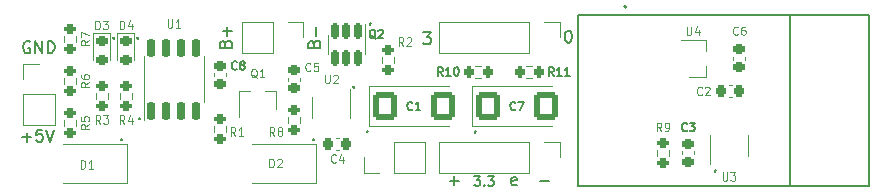
<source format=gto>
%TF.GenerationSoftware,KiCad,Pcbnew,6.0.11*%
%TF.CreationDate,2024-08-22T19:43:04+01:00*%
%TF.ProjectId,ESPower,4553506f-7765-4722-9e6b-696361645f70,rev?*%
%TF.SameCoordinates,PX4f54d68PY59a0560*%
%TF.FileFunction,Legend,Top*%
%TF.FilePolarity,Positive*%
%FSLAX46Y46*%
G04 Gerber Fmt 4.6, Leading zero omitted, Abs format (unit mm)*
G04 Created by KiCad (PCBNEW 6.0.11) date 2024-08-22 19:43:04*
%MOMM*%
%LPD*%
G01*
G04 APERTURE LIST*
G04 Aperture macros list*
%AMRoundRect*
0 Rectangle with rounded corners*
0 $1 Rounding radius*
0 $2 $3 $4 $5 $6 $7 $8 $9 X,Y pos of 4 corners*
0 Add a 4 corners polygon primitive as box body*
4,1,4,$2,$3,$4,$5,$6,$7,$8,$9,$2,$3,0*
0 Add four circle primitives for the rounded corners*
1,1,$1+$1,$2,$3*
1,1,$1+$1,$4,$5*
1,1,$1+$1,$6,$7*
1,1,$1+$1,$8,$9*
0 Add four rect primitives between the rounded corners*
20,1,$1+$1,$2,$3,$4,$5,0*
20,1,$1+$1,$4,$5,$6,$7,0*
20,1,$1+$1,$6,$7,$8,$9,0*
20,1,$1+$1,$8,$9,$2,$3,0*%
G04 Aperture macros list end*
%ADD10C,0.150000*%
%ADD11C,0.120000*%
%ADD12C,0.127000*%
%ADD13C,0.200000*%
%ADD14RoundRect,0.250000X-0.787500X-0.925000X0.787500X-0.925000X0.787500X0.925000X-0.787500X0.925000X0*%
%ADD15RoundRect,0.225000X-0.225000X-0.250000X0.225000X-0.250000X0.225000X0.250000X-0.225000X0.250000X0*%
%ADD16RoundRect,0.225000X0.250000X-0.225000X0.250000X0.225000X-0.250000X0.225000X-0.250000X-0.225000X0*%
%ADD17R,1.700000X1.700000*%
%ADD18O,1.700000X1.700000*%
%ADD19R,0.650000X1.060000*%
%ADD20R,1.500000X1.500000*%
%ADD21C,1.500000*%
%ADD22RoundRect,0.200000X0.275000X-0.200000X0.275000X0.200000X-0.275000X0.200000X-0.275000X-0.200000X0*%
%ADD23RoundRect,0.225000X0.225000X0.250000X-0.225000X0.250000X-0.225000X-0.250000X0.225000X-0.250000X0*%
%ADD24R,0.900000X0.800000*%
%ADD25R,2.500000X1.800000*%
%ADD26RoundRect,0.200000X-0.275000X0.200000X-0.275000X-0.200000X0.275000X-0.200000X0.275000X0.200000X0*%
%ADD27R,0.800000X0.900000*%
%ADD28RoundRect,0.218750X-0.256250X0.218750X-0.256250X-0.218750X0.256250X-0.218750X0.256250X0.218750X0*%
%ADD29RoundRect,0.150000X0.150000X-0.650000X0.150000X0.650000X-0.150000X0.650000X-0.150000X-0.650000X0*%
%ADD30R,3.200000X2.400000*%
%ADD31RoundRect,0.200000X0.200000X0.275000X-0.200000X0.275000X-0.200000X-0.275000X0.200000X-0.275000X0*%
%ADD32RoundRect,0.150000X-0.150000X0.512500X-0.150000X-0.512500X0.150000X-0.512500X0.150000X0.512500X0*%
%ADD33RoundRect,0.225000X-0.250000X0.225000X-0.250000X-0.225000X0.250000X-0.225000X0.250000X0.225000X0*%
%ADD34RoundRect,0.200000X-0.200000X-0.275000X0.200000X-0.275000X0.200000X0.275000X-0.200000X0.275000X0*%
G04 APERTURE END LIST*
D10*
X59436000Y-13438142D02*
X59483619Y-13485761D01*
X59436000Y-13533380D01*
X59388380Y-13485761D01*
X59436000Y-13438142D01*
X59436000Y-13533380D01*
X25400000Y-10771142D02*
X25447619Y-10818761D01*
X25400000Y-10866380D01*
X25352380Y-10818761D01*
X25400000Y-10771142D01*
X25400000Y-10866380D01*
X8509000Y-2174142D02*
X8556619Y-2221761D01*
X8509000Y-2269380D01*
X8461380Y-2221761D01*
X8509000Y-2174142D01*
X8509000Y-2269380D01*
X10668000Y-8993142D02*
X10715619Y-9040761D01*
X10668000Y-9088380D01*
X10620380Y-9040761D01*
X10668000Y-8993142D01*
X10668000Y-9088380D01*
X10541000Y-2174142D02*
X10588619Y-2221761D01*
X10541000Y-2269380D01*
X10493380Y-2221761D01*
X10541000Y-2174142D01*
X10541000Y-2269380D01*
X9144000Y-10771142D02*
X9191619Y-10818761D01*
X9144000Y-10866380D01*
X9096380Y-10818761D01*
X9144000Y-10771142D01*
X9144000Y-10866380D01*
X746285Y-10612428D02*
X1508190Y-10612428D01*
X1127238Y-10993380D02*
X1127238Y-10231476D01*
X2460571Y-9993380D02*
X1984380Y-9993380D01*
X1936761Y-10469571D01*
X1984380Y-10421952D01*
X2079619Y-10374333D01*
X2317714Y-10374333D01*
X2412952Y-10421952D01*
X2460571Y-10469571D01*
X2508190Y-10564809D01*
X2508190Y-10802904D01*
X2460571Y-10898142D01*
X2412952Y-10945761D01*
X2317714Y-10993380D01*
X2079619Y-10993380D01*
X1984380Y-10945761D01*
X1936761Y-10898142D01*
X2793904Y-9993380D02*
X3127238Y-10993380D01*
X3460571Y-9993380D01*
X46942380Y-1611380D02*
X47037619Y-1611380D01*
X47132857Y-1659000D01*
X47180476Y-1706619D01*
X47228095Y-1801857D01*
X47275714Y-1992333D01*
X47275714Y-2230428D01*
X47228095Y-2420904D01*
X47180476Y-2516142D01*
X47132857Y-2563761D01*
X47037619Y-2611380D01*
X46942380Y-2611380D01*
X46847142Y-2563761D01*
X46799523Y-2516142D01*
X46751904Y-2420904D01*
X46704285Y-2230428D01*
X46704285Y-1992333D01*
X46751904Y-1801857D01*
X46799523Y-1706619D01*
X46847142Y-1659000D01*
X46942380Y-1611380D01*
X42608476Y-14628761D02*
X42513238Y-14676380D01*
X42322761Y-14676380D01*
X42227523Y-14628761D01*
X42179904Y-14533523D01*
X42179904Y-14152571D01*
X42227523Y-14057333D01*
X42322761Y-14009714D01*
X42513238Y-14009714D01*
X42608476Y-14057333D01*
X42656095Y-14152571D01*
X42656095Y-14247809D01*
X42179904Y-14343047D01*
X39039904Y-13912904D02*
X39535142Y-13912904D01*
X39268476Y-14217666D01*
X39382761Y-14217666D01*
X39458952Y-14255761D01*
X39497047Y-14293857D01*
X39535142Y-14370047D01*
X39535142Y-14560523D01*
X39497047Y-14636714D01*
X39458952Y-14674809D01*
X39382761Y-14712904D01*
X39154190Y-14712904D01*
X39078000Y-14674809D01*
X39039904Y-14636714D01*
X39878000Y-14636714D02*
X39916095Y-14674809D01*
X39878000Y-14712904D01*
X39839904Y-14674809D01*
X39878000Y-14636714D01*
X39878000Y-14712904D01*
X40182761Y-13912904D02*
X40678000Y-13912904D01*
X40411333Y-14217666D01*
X40525619Y-14217666D01*
X40601809Y-14255761D01*
X40639904Y-14293857D01*
X40678000Y-14370047D01*
X40678000Y-14560523D01*
X40639904Y-14636714D01*
X40601809Y-14674809D01*
X40525619Y-14712904D01*
X40297047Y-14712904D01*
X40220857Y-14674809D01*
X40182761Y-14636714D01*
X28829000Y-6326142D02*
X28876619Y-6373761D01*
X28829000Y-6421380D01*
X28781380Y-6373761D01*
X28829000Y-6326142D01*
X28829000Y-6421380D01*
X36957047Y-14295428D02*
X37718952Y-14295428D01*
X37338000Y-14676380D02*
X37338000Y-13914476D01*
X34718666Y-1738380D02*
X35337714Y-1738380D01*
X35004380Y-2119333D01*
X35147238Y-2119333D01*
X35242476Y-2166952D01*
X35290095Y-2214571D01*
X35337714Y-2309809D01*
X35337714Y-2547904D01*
X35290095Y-2643142D01*
X35242476Y-2690761D01*
X35147238Y-2738380D01*
X34861523Y-2738380D01*
X34766285Y-2690761D01*
X34718666Y-2643142D01*
X29972000Y-10068142D02*
X30019619Y-10115761D01*
X29972000Y-10163380D01*
X29924380Y-10115761D01*
X29972000Y-10068142D01*
X29972000Y-10163380D01*
X30226000Y-992142D02*
X30273619Y-1039761D01*
X30226000Y-1087380D01*
X30178380Y-1039761D01*
X30226000Y-992142D01*
X30226000Y-1087380D01*
X25455571Y-2706619D02*
X25503190Y-2563761D01*
X25550809Y-2516142D01*
X25646047Y-2468523D01*
X25788904Y-2468523D01*
X25884142Y-2516142D01*
X25931761Y-2563761D01*
X25979380Y-2659000D01*
X25979380Y-3039952D01*
X24979380Y-3039952D01*
X24979380Y-2706619D01*
X25027000Y-2611380D01*
X25074619Y-2563761D01*
X25169857Y-2516142D01*
X25265095Y-2516142D01*
X25360333Y-2563761D01*
X25407952Y-2611380D01*
X25455571Y-2706619D01*
X25455571Y-3039952D01*
X25598428Y-2039952D02*
X25598428Y-1278047D01*
X1397095Y-2548000D02*
X1301857Y-2500380D01*
X1159000Y-2500380D01*
X1016142Y-2548000D01*
X920904Y-2643238D01*
X873285Y-2738476D01*
X825666Y-2928952D01*
X825666Y-3071809D01*
X873285Y-3262285D01*
X920904Y-3357523D01*
X1016142Y-3452761D01*
X1159000Y-3500380D01*
X1254238Y-3500380D01*
X1397095Y-3452761D01*
X1444714Y-3405142D01*
X1444714Y-3071809D01*
X1254238Y-3071809D01*
X1873285Y-3500380D02*
X1873285Y-2500380D01*
X2444714Y-3500380D01*
X2444714Y-2500380D01*
X2920904Y-3500380D02*
X2920904Y-2500380D01*
X3159000Y-2500380D01*
X3301857Y-2548000D01*
X3397095Y-2643238D01*
X3444714Y-2738476D01*
X3492333Y-2928952D01*
X3492333Y-3071809D01*
X3444714Y-3262285D01*
X3397095Y-3357523D01*
X3301857Y-3452761D01*
X3159000Y-3500380D01*
X2920904Y-3500380D01*
X39116000Y-10136142D02*
X39163619Y-10183761D01*
X39116000Y-10231380D01*
X39068380Y-10183761D01*
X39116000Y-10136142D01*
X39116000Y-10231380D01*
X17962571Y-2706619D02*
X18010190Y-2563761D01*
X18057809Y-2516142D01*
X18153047Y-2468523D01*
X18295904Y-2468523D01*
X18391142Y-2516142D01*
X18438761Y-2563761D01*
X18486380Y-2659000D01*
X18486380Y-3039952D01*
X17486380Y-3039952D01*
X17486380Y-2706619D01*
X17534000Y-2611380D01*
X17581619Y-2563761D01*
X17676857Y-2516142D01*
X17772095Y-2516142D01*
X17867333Y-2563761D01*
X17914952Y-2611380D01*
X17962571Y-2706619D01*
X17962571Y-3039952D01*
X18105428Y-2039952D02*
X18105428Y-1278047D01*
X18486380Y-1659000D02*
X17724476Y-1659000D01*
X44577047Y-14295428D02*
X45338952Y-14295428D01*
X33792333Y-8251000D02*
X33759000Y-8284333D01*
X33659000Y-8317666D01*
X33592333Y-8317666D01*
X33492333Y-8284333D01*
X33425666Y-8217666D01*
X33392333Y-8151000D01*
X33359000Y-8017666D01*
X33359000Y-7917666D01*
X33392333Y-7784333D01*
X33425666Y-7717666D01*
X33492333Y-7651000D01*
X33592333Y-7617666D01*
X33659000Y-7617666D01*
X33759000Y-7651000D01*
X33792333Y-7684333D01*
X34459000Y-8317666D02*
X34059000Y-8317666D01*
X34259000Y-8317666D02*
X34259000Y-7617666D01*
X34192333Y-7717666D01*
X34125666Y-7784333D01*
X34059000Y-7817666D01*
D11*
X27315333Y-12696000D02*
X27282000Y-12729333D01*
X27182000Y-12762666D01*
X27115333Y-12762666D01*
X27015333Y-12729333D01*
X26948666Y-12662666D01*
X26915333Y-12596000D01*
X26882000Y-12462666D01*
X26882000Y-12362666D01*
X26915333Y-12229333D01*
X26948666Y-12162666D01*
X27015333Y-12096000D01*
X27115333Y-12062666D01*
X27182000Y-12062666D01*
X27282000Y-12096000D01*
X27315333Y-12129333D01*
X27915333Y-12296000D02*
X27915333Y-12762666D01*
X27748666Y-12029333D02*
X27582000Y-12529333D01*
X28015333Y-12529333D01*
X25156333Y-4949000D02*
X25123000Y-4982333D01*
X25023000Y-5015666D01*
X24956333Y-5015666D01*
X24856333Y-4982333D01*
X24789666Y-4915666D01*
X24756333Y-4849000D01*
X24723000Y-4715666D01*
X24723000Y-4615666D01*
X24756333Y-4482333D01*
X24789666Y-4415666D01*
X24856333Y-4349000D01*
X24956333Y-4315666D01*
X25023000Y-4315666D01*
X25123000Y-4349000D01*
X25156333Y-4382333D01*
X25789666Y-4315666D02*
X25456333Y-4315666D01*
X25423000Y-4649000D01*
X25456333Y-4615666D01*
X25523000Y-4582333D01*
X25689666Y-4582333D01*
X25756333Y-4615666D01*
X25789666Y-4649000D01*
X25823000Y-4715666D01*
X25823000Y-4882333D01*
X25789666Y-4949000D01*
X25756333Y-4982333D01*
X25689666Y-5015666D01*
X25523000Y-5015666D01*
X25456333Y-4982333D01*
X25423000Y-4949000D01*
D10*
X42505833Y-8251000D02*
X42472500Y-8284333D01*
X42372500Y-8317666D01*
X42305833Y-8317666D01*
X42205833Y-8284333D01*
X42139166Y-8217666D01*
X42105833Y-8151000D01*
X42072500Y-8017666D01*
X42072500Y-7917666D01*
X42105833Y-7784333D01*
X42139166Y-7717666D01*
X42205833Y-7651000D01*
X42305833Y-7617666D01*
X42372500Y-7617666D01*
X42472500Y-7651000D01*
X42505833Y-7684333D01*
X42739166Y-7617666D02*
X43205833Y-7617666D01*
X42905833Y-8317666D01*
D11*
X26390666Y-5331666D02*
X26390666Y-5898333D01*
X26424000Y-5965000D01*
X26457333Y-5998333D01*
X26524000Y-6031666D01*
X26657333Y-6031666D01*
X26724000Y-5998333D01*
X26757333Y-5965000D01*
X26790666Y-5898333D01*
X26790666Y-5331666D01*
X27090666Y-5398333D02*
X27124000Y-5365000D01*
X27190666Y-5331666D01*
X27357333Y-5331666D01*
X27424000Y-5365000D01*
X27457333Y-5398333D01*
X27490666Y-5465000D01*
X27490666Y-5531666D01*
X27457333Y-5631666D01*
X27057333Y-6031666D01*
X27490666Y-6031666D01*
X61351333Y-1888000D02*
X61318000Y-1921333D01*
X61218000Y-1954666D01*
X61151333Y-1954666D01*
X61051333Y-1921333D01*
X60984666Y-1854666D01*
X60951333Y-1788000D01*
X60918000Y-1654666D01*
X60918000Y-1554666D01*
X60951333Y-1421333D01*
X60984666Y-1354666D01*
X61051333Y-1288000D01*
X61151333Y-1254666D01*
X61218000Y-1254666D01*
X61318000Y-1288000D01*
X61351333Y-1321333D01*
X61951333Y-1254666D02*
X61818000Y-1254666D01*
X61751333Y-1288000D01*
X61718000Y-1321333D01*
X61651333Y-1421333D01*
X61618000Y-1554666D01*
X61618000Y-1821333D01*
X61651333Y-1888000D01*
X61684666Y-1921333D01*
X61751333Y-1954666D01*
X61884666Y-1954666D01*
X61951333Y-1921333D01*
X61984666Y-1888000D01*
X62018000Y-1821333D01*
X62018000Y-1654666D01*
X61984666Y-1588000D01*
X61951333Y-1554666D01*
X61884666Y-1521333D01*
X61751333Y-1521333D01*
X61684666Y-1554666D01*
X61651333Y-1588000D01*
X61618000Y-1654666D01*
X54874333Y-10095666D02*
X54641000Y-9762333D01*
X54474333Y-10095666D02*
X54474333Y-9395666D01*
X54741000Y-9395666D01*
X54807666Y-9429000D01*
X54841000Y-9462333D01*
X54874333Y-9529000D01*
X54874333Y-9629000D01*
X54841000Y-9695666D01*
X54807666Y-9729000D01*
X54741000Y-9762333D01*
X54474333Y-9762333D01*
X55207666Y-10095666D02*
X55341000Y-10095666D01*
X55407666Y-10062333D01*
X55441000Y-10029000D01*
X55507666Y-9929000D01*
X55541000Y-9795666D01*
X55541000Y-9529000D01*
X55507666Y-9462333D01*
X55474333Y-9429000D01*
X55407666Y-9395666D01*
X55274333Y-9395666D01*
X55207666Y-9429000D01*
X55174333Y-9462333D01*
X55141000Y-9529000D01*
X55141000Y-9695666D01*
X55174333Y-9762333D01*
X55207666Y-9795666D01*
X55274333Y-9829000D01*
X55407666Y-9829000D01*
X55474333Y-9795666D01*
X55507666Y-9762333D01*
X55541000Y-9695666D01*
X58303333Y-6981000D02*
X58270000Y-7014333D01*
X58170000Y-7047666D01*
X58103333Y-7047666D01*
X58003333Y-7014333D01*
X57936666Y-6947666D01*
X57903333Y-6881000D01*
X57870000Y-6747666D01*
X57870000Y-6647666D01*
X57903333Y-6514333D01*
X57936666Y-6447666D01*
X58003333Y-6381000D01*
X58103333Y-6347666D01*
X58170000Y-6347666D01*
X58270000Y-6381000D01*
X58303333Y-6414333D01*
X58570000Y-6414333D02*
X58603333Y-6381000D01*
X58670000Y-6347666D01*
X58836666Y-6347666D01*
X58903333Y-6381000D01*
X58936666Y-6414333D01*
X58970000Y-6481000D01*
X58970000Y-6547666D01*
X58936666Y-6647666D01*
X58536666Y-7047666D01*
X58970000Y-7047666D01*
X60045666Y-13586666D02*
X60045666Y-14153333D01*
X60079000Y-14220000D01*
X60112333Y-14253333D01*
X60179000Y-14286666D01*
X60312333Y-14286666D01*
X60379000Y-14253333D01*
X60412333Y-14220000D01*
X60445666Y-14153333D01*
X60445666Y-13586666D01*
X60712333Y-13586666D02*
X61145666Y-13586666D01*
X60912333Y-13853333D01*
X61012333Y-13853333D01*
X61079000Y-13886666D01*
X61112333Y-13920000D01*
X61145666Y-13986666D01*
X61145666Y-14153333D01*
X61112333Y-14220000D01*
X61079000Y-14253333D01*
X61012333Y-14286666D01*
X60812333Y-14286666D01*
X60745666Y-14253333D01*
X60712333Y-14220000D01*
X56997666Y-1267666D02*
X56997666Y-1834333D01*
X57031000Y-1901000D01*
X57064333Y-1934333D01*
X57131000Y-1967666D01*
X57264333Y-1967666D01*
X57331000Y-1934333D01*
X57364333Y-1901000D01*
X57397666Y-1834333D01*
X57397666Y-1267666D01*
X58031000Y-1501000D02*
X58031000Y-1967666D01*
X57864333Y-1234333D02*
X57697666Y-1734333D01*
X58131000Y-1734333D01*
X21682333Y-13143666D02*
X21682333Y-12443666D01*
X21849000Y-12443666D01*
X21949000Y-12477000D01*
X22015666Y-12543666D01*
X22049000Y-12610333D01*
X22082333Y-12743666D01*
X22082333Y-12843666D01*
X22049000Y-12977000D01*
X22015666Y-13043666D01*
X21949000Y-13110333D01*
X21849000Y-13143666D01*
X21682333Y-13143666D01*
X22349000Y-12510333D02*
X22382333Y-12477000D01*
X22449000Y-12443666D01*
X22615666Y-12443666D01*
X22682333Y-12477000D01*
X22715666Y-12510333D01*
X22749000Y-12577000D01*
X22749000Y-12643666D01*
X22715666Y-12743666D01*
X22315666Y-13143666D01*
X22749000Y-13143666D01*
X22108333Y-10476666D02*
X21875000Y-10143333D01*
X21708333Y-10476666D02*
X21708333Y-9776666D01*
X21975000Y-9776666D01*
X22041666Y-9810000D01*
X22075000Y-9843333D01*
X22108333Y-9910000D01*
X22108333Y-10010000D01*
X22075000Y-10076666D01*
X22041666Y-10110000D01*
X21975000Y-10143333D01*
X21708333Y-10143333D01*
X22508333Y-10076666D02*
X22441666Y-10043333D01*
X22408333Y-10010000D01*
X22375000Y-9943333D01*
X22375000Y-9910000D01*
X22408333Y-9843333D01*
X22441666Y-9810000D01*
X22508333Y-9776666D01*
X22641666Y-9776666D01*
X22708333Y-9810000D01*
X22741666Y-9843333D01*
X22775000Y-9910000D01*
X22775000Y-9943333D01*
X22741666Y-10010000D01*
X22708333Y-10043333D01*
X22641666Y-10076666D01*
X22508333Y-10076666D01*
X22441666Y-10110000D01*
X22408333Y-10143333D01*
X22375000Y-10210000D01*
X22375000Y-10343333D01*
X22408333Y-10410000D01*
X22441666Y-10443333D01*
X22508333Y-10476666D01*
X22641666Y-10476666D01*
X22708333Y-10443333D01*
X22741666Y-10410000D01*
X22775000Y-10343333D01*
X22775000Y-10210000D01*
X22741666Y-10143333D01*
X22708333Y-10110000D01*
X22641666Y-10076666D01*
X20634333Y-5590333D02*
X20567666Y-5557000D01*
X20501000Y-5490333D01*
X20401000Y-5390333D01*
X20334333Y-5357000D01*
X20267666Y-5357000D01*
X20301000Y-5523666D02*
X20234333Y-5490333D01*
X20167666Y-5423666D01*
X20134333Y-5290333D01*
X20134333Y-5057000D01*
X20167666Y-4923666D01*
X20234333Y-4857000D01*
X20301000Y-4823666D01*
X20434333Y-4823666D01*
X20501000Y-4857000D01*
X20567666Y-4923666D01*
X20601000Y-5057000D01*
X20601000Y-5290333D01*
X20567666Y-5423666D01*
X20501000Y-5490333D01*
X20434333Y-5523666D01*
X20301000Y-5523666D01*
X21267666Y-5523666D02*
X20867666Y-5523666D01*
X21067666Y-5523666D02*
X21067666Y-4823666D01*
X21001000Y-4923666D01*
X20934333Y-4990333D01*
X20867666Y-5023666D01*
X6950933Y-1459666D02*
X6950933Y-759666D01*
X7117600Y-759666D01*
X7217600Y-793000D01*
X7284266Y-859666D01*
X7317600Y-926333D01*
X7350933Y-1059666D01*
X7350933Y-1159666D01*
X7317600Y-1293000D01*
X7284266Y-1359666D01*
X7217600Y-1426333D01*
X7117600Y-1459666D01*
X6950933Y-1459666D01*
X7584266Y-759666D02*
X8017600Y-759666D01*
X7784266Y-1026333D01*
X7884266Y-1026333D01*
X7950933Y-1059666D01*
X7984266Y-1093000D01*
X8017600Y-1159666D01*
X8017600Y-1326333D01*
X7984266Y-1393000D01*
X7950933Y-1426333D01*
X7884266Y-1459666D01*
X7684266Y-1459666D01*
X7617600Y-1426333D01*
X7584266Y-1393000D01*
X6412666Y-2402666D02*
X6079333Y-2636000D01*
X6412666Y-2802666D02*
X5712666Y-2802666D01*
X5712666Y-2536000D01*
X5746000Y-2469333D01*
X5779333Y-2436000D01*
X5846000Y-2402666D01*
X5946000Y-2402666D01*
X6012666Y-2436000D01*
X6046000Y-2469333D01*
X6079333Y-2536000D01*
X6079333Y-2802666D01*
X5712666Y-2169333D02*
X5712666Y-1702666D01*
X6412666Y-2002666D01*
X9408333Y-9460666D02*
X9175000Y-9127333D01*
X9008333Y-9460666D02*
X9008333Y-8760666D01*
X9275000Y-8760666D01*
X9341666Y-8794000D01*
X9375000Y-8827333D01*
X9408333Y-8894000D01*
X9408333Y-8994000D01*
X9375000Y-9060666D01*
X9341666Y-9094000D01*
X9275000Y-9127333D01*
X9008333Y-9127333D01*
X10008333Y-8994000D02*
X10008333Y-9460666D01*
X9841666Y-8727333D02*
X9675000Y-9227333D01*
X10108333Y-9227333D01*
X7376333Y-9460666D02*
X7143000Y-9127333D01*
X6976333Y-9460666D02*
X6976333Y-8760666D01*
X7243000Y-8760666D01*
X7309666Y-8794000D01*
X7343000Y-8827333D01*
X7376333Y-8894000D01*
X7376333Y-8994000D01*
X7343000Y-9060666D01*
X7309666Y-9094000D01*
X7243000Y-9127333D01*
X6976333Y-9127333D01*
X7609666Y-8760666D02*
X8043000Y-8760666D01*
X7809666Y-9027333D01*
X7909666Y-9027333D01*
X7976333Y-9060666D01*
X8009666Y-9094000D01*
X8043000Y-9160666D01*
X8043000Y-9327333D01*
X8009666Y-9394000D01*
X7976333Y-9427333D01*
X7909666Y-9460666D01*
X7709666Y-9460666D01*
X7643000Y-9427333D01*
X7609666Y-9394000D01*
X9008333Y-1459666D02*
X9008333Y-759666D01*
X9175000Y-759666D01*
X9275000Y-793000D01*
X9341666Y-859666D01*
X9375000Y-926333D01*
X9408333Y-1059666D01*
X9408333Y-1159666D01*
X9375000Y-1293000D01*
X9341666Y-1359666D01*
X9275000Y-1426333D01*
X9175000Y-1459666D01*
X9008333Y-1459666D01*
X10008333Y-993000D02*
X10008333Y-1459666D01*
X9841666Y-726333D02*
X9675000Y-1226333D01*
X10108333Y-1226333D01*
X13055666Y-632666D02*
X13055666Y-1199333D01*
X13089000Y-1266000D01*
X13122333Y-1299333D01*
X13189000Y-1332666D01*
X13322333Y-1332666D01*
X13389000Y-1299333D01*
X13422333Y-1266000D01*
X13455666Y-1199333D01*
X13455666Y-632666D01*
X14155666Y-1332666D02*
X13755666Y-1332666D01*
X13955666Y-1332666D02*
X13955666Y-632666D01*
X13889000Y-732666D01*
X13822333Y-799333D01*
X13755666Y-832666D01*
X6412666Y-5958666D02*
X6079333Y-6192000D01*
X6412666Y-6358666D02*
X5712666Y-6358666D01*
X5712666Y-6092000D01*
X5746000Y-6025333D01*
X5779333Y-5992000D01*
X5846000Y-5958666D01*
X5946000Y-5958666D01*
X6012666Y-5992000D01*
X6046000Y-6025333D01*
X6079333Y-6092000D01*
X6079333Y-6358666D01*
X5712666Y-5358666D02*
X5712666Y-5492000D01*
X5746000Y-5558666D01*
X5779333Y-5592000D01*
X5879333Y-5658666D01*
X6012666Y-5692000D01*
X6279333Y-5692000D01*
X6346000Y-5658666D01*
X6379333Y-5625333D01*
X6412666Y-5558666D01*
X6412666Y-5425333D01*
X6379333Y-5358666D01*
X6346000Y-5325333D01*
X6279333Y-5292000D01*
X6112666Y-5292000D01*
X6046000Y-5325333D01*
X6012666Y-5358666D01*
X5979333Y-5425333D01*
X5979333Y-5558666D01*
X6012666Y-5625333D01*
X6046000Y-5658666D01*
X6112666Y-5692000D01*
X6412666Y-9514666D02*
X6079333Y-9748000D01*
X6412666Y-9914666D02*
X5712666Y-9914666D01*
X5712666Y-9648000D01*
X5746000Y-9581333D01*
X5779333Y-9548000D01*
X5846000Y-9514666D01*
X5946000Y-9514666D01*
X6012666Y-9548000D01*
X6046000Y-9581333D01*
X6079333Y-9648000D01*
X6079333Y-9914666D01*
X5712666Y-8881333D02*
X5712666Y-9214666D01*
X6046000Y-9248000D01*
X6012666Y-9214666D01*
X5979333Y-9148000D01*
X5979333Y-8981333D01*
X6012666Y-8914666D01*
X6046000Y-8881333D01*
X6112666Y-8848000D01*
X6279333Y-8848000D01*
X6346000Y-8881333D01*
X6379333Y-8914666D01*
X6412666Y-8981333D01*
X6412666Y-9148000D01*
X6379333Y-9214666D01*
X6346000Y-9248000D01*
X5706333Y-13270666D02*
X5706333Y-12570666D01*
X5873000Y-12570666D01*
X5973000Y-12604000D01*
X6039666Y-12670666D01*
X6073000Y-12737333D01*
X6106333Y-12870666D01*
X6106333Y-12970666D01*
X6073000Y-13104000D01*
X6039666Y-13170666D01*
X5973000Y-13237333D01*
X5873000Y-13270666D01*
X5706333Y-13270666D01*
X6773000Y-13270666D02*
X6373000Y-13270666D01*
X6573000Y-13270666D02*
X6573000Y-12570666D01*
X6506333Y-12670666D01*
X6439666Y-12737333D01*
X6373000Y-12770666D01*
X33030333Y-2856666D02*
X32797000Y-2523333D01*
X32630333Y-2856666D02*
X32630333Y-2156666D01*
X32897000Y-2156666D01*
X32963666Y-2190000D01*
X32997000Y-2223333D01*
X33030333Y-2290000D01*
X33030333Y-2390000D01*
X32997000Y-2456666D01*
X32963666Y-2490000D01*
X32897000Y-2523333D01*
X32630333Y-2523333D01*
X33297000Y-2223333D02*
X33330333Y-2190000D01*
X33397000Y-2156666D01*
X33563666Y-2156666D01*
X33630333Y-2190000D01*
X33663666Y-2223333D01*
X33697000Y-2290000D01*
X33697000Y-2356666D01*
X33663666Y-2456666D01*
X33263666Y-2856666D01*
X33697000Y-2856666D01*
X18806333Y-10476666D02*
X18573000Y-10143333D01*
X18406333Y-10476666D02*
X18406333Y-9776666D01*
X18673000Y-9776666D01*
X18739666Y-9810000D01*
X18773000Y-9843333D01*
X18806333Y-9910000D01*
X18806333Y-10010000D01*
X18773000Y-10076666D01*
X18739666Y-10110000D01*
X18673000Y-10143333D01*
X18406333Y-10143333D01*
X19473000Y-10476666D02*
X19073000Y-10476666D01*
X19273000Y-10476666D02*
X19273000Y-9776666D01*
X19206333Y-9876666D01*
X19139666Y-9943333D01*
X19073000Y-9976666D01*
D10*
X36380000Y-5396666D02*
X36146666Y-5063333D01*
X35980000Y-5396666D02*
X35980000Y-4696666D01*
X36246666Y-4696666D01*
X36313333Y-4730000D01*
X36346666Y-4763333D01*
X36380000Y-4830000D01*
X36380000Y-4930000D01*
X36346666Y-4996666D01*
X36313333Y-5030000D01*
X36246666Y-5063333D01*
X35980000Y-5063333D01*
X37046666Y-5396666D02*
X36646666Y-5396666D01*
X36846666Y-5396666D02*
X36846666Y-4696666D01*
X36780000Y-4796666D01*
X36713333Y-4863333D01*
X36646666Y-4896666D01*
X37480000Y-4696666D02*
X37546666Y-4696666D01*
X37613333Y-4730000D01*
X37646666Y-4763333D01*
X37680000Y-4830000D01*
X37713333Y-4963333D01*
X37713333Y-5130000D01*
X37680000Y-5263333D01*
X37646666Y-5330000D01*
X37613333Y-5363333D01*
X37546666Y-5396666D01*
X37480000Y-5396666D01*
X37413333Y-5363333D01*
X37380000Y-5330000D01*
X37346666Y-5263333D01*
X37313333Y-5130000D01*
X37313333Y-4963333D01*
X37346666Y-4830000D01*
X37380000Y-4763333D01*
X37413333Y-4730000D01*
X37480000Y-4696666D01*
X30667333Y-2288333D02*
X30600666Y-2255000D01*
X30534000Y-2188333D01*
X30434000Y-2088333D01*
X30367333Y-2055000D01*
X30300666Y-2055000D01*
X30334000Y-2221666D02*
X30267333Y-2188333D01*
X30200666Y-2121666D01*
X30167333Y-1988333D01*
X30167333Y-1755000D01*
X30200666Y-1621666D01*
X30267333Y-1555000D01*
X30334000Y-1521666D01*
X30467333Y-1521666D01*
X30534000Y-1555000D01*
X30600666Y-1621666D01*
X30634000Y-1755000D01*
X30634000Y-1988333D01*
X30600666Y-2121666D01*
X30534000Y-2188333D01*
X30467333Y-2221666D01*
X30334000Y-2221666D01*
X30900666Y-1588333D02*
X30934000Y-1555000D01*
X31000666Y-1521666D01*
X31167333Y-1521666D01*
X31234000Y-1555000D01*
X31267333Y-1588333D01*
X31300666Y-1655000D01*
X31300666Y-1721666D01*
X31267333Y-1821666D01*
X30867333Y-2221666D01*
X31300666Y-2221666D01*
X18933333Y-4822000D02*
X18900000Y-4855333D01*
X18800000Y-4888666D01*
X18733333Y-4888666D01*
X18633333Y-4855333D01*
X18566666Y-4788666D01*
X18533333Y-4722000D01*
X18500000Y-4588666D01*
X18500000Y-4488666D01*
X18533333Y-4355333D01*
X18566666Y-4288666D01*
X18633333Y-4222000D01*
X18733333Y-4188666D01*
X18800000Y-4188666D01*
X18900000Y-4222000D01*
X18933333Y-4255333D01*
X19333333Y-4488666D02*
X19266666Y-4455333D01*
X19233333Y-4422000D01*
X19200000Y-4355333D01*
X19200000Y-4322000D01*
X19233333Y-4255333D01*
X19266666Y-4222000D01*
X19333333Y-4188666D01*
X19466666Y-4188666D01*
X19533333Y-4222000D01*
X19566666Y-4255333D01*
X19600000Y-4322000D01*
X19600000Y-4355333D01*
X19566666Y-4422000D01*
X19533333Y-4455333D01*
X19466666Y-4488666D01*
X19333333Y-4488666D01*
X19266666Y-4522000D01*
X19233333Y-4555333D01*
X19200000Y-4622000D01*
X19200000Y-4755333D01*
X19233333Y-4822000D01*
X19266666Y-4855333D01*
X19333333Y-4888666D01*
X19466666Y-4888666D01*
X19533333Y-4855333D01*
X19566666Y-4822000D01*
X19600000Y-4755333D01*
X19600000Y-4622000D01*
X19566666Y-4555333D01*
X19533333Y-4522000D01*
X19466666Y-4488666D01*
X57033333Y-10029000D02*
X57000000Y-10062333D01*
X56900000Y-10095666D01*
X56833333Y-10095666D01*
X56733333Y-10062333D01*
X56666666Y-9995666D01*
X56633333Y-9929000D01*
X56600000Y-9795666D01*
X56600000Y-9695666D01*
X56633333Y-9562333D01*
X56666666Y-9495666D01*
X56733333Y-9429000D01*
X56833333Y-9395666D01*
X56900000Y-9395666D01*
X57000000Y-9429000D01*
X57033333Y-9462333D01*
X57266666Y-9395666D02*
X57700000Y-9395666D01*
X57466666Y-9662333D01*
X57566666Y-9662333D01*
X57633333Y-9695666D01*
X57666666Y-9729000D01*
X57700000Y-9795666D01*
X57700000Y-9962333D01*
X57666666Y-10029000D01*
X57633333Y-10062333D01*
X57566666Y-10095666D01*
X57366666Y-10095666D01*
X57300000Y-10062333D01*
X57266666Y-10029000D01*
X45778000Y-5396666D02*
X45544666Y-5063333D01*
X45378000Y-5396666D02*
X45378000Y-4696666D01*
X45644666Y-4696666D01*
X45711333Y-4730000D01*
X45744666Y-4763333D01*
X45778000Y-4830000D01*
X45778000Y-4930000D01*
X45744666Y-4996666D01*
X45711333Y-5030000D01*
X45644666Y-5063333D01*
X45378000Y-5063333D01*
X46444666Y-5396666D02*
X46044666Y-5396666D01*
X46244666Y-5396666D02*
X46244666Y-4696666D01*
X46178000Y-4796666D01*
X46111333Y-4863333D01*
X46044666Y-4896666D01*
X47111333Y-5396666D02*
X46711333Y-5396666D01*
X46911333Y-5396666D02*
X46911333Y-4696666D01*
X46844666Y-4796666D01*
X46778000Y-4863333D01*
X46711333Y-4896666D01*
D11*
X30149000Y-9711000D02*
X36909000Y-9711000D01*
X36909000Y-6291000D02*
X30149000Y-6291000D01*
X30149000Y-6291000D02*
X30149000Y-9711000D01*
X27291420Y-11686000D02*
X27572580Y-11686000D01*
X27291420Y-10666000D02*
X27572580Y-10666000D01*
X24259000Y-5855580D02*
X24259000Y-5574420D01*
X23239000Y-5855580D02*
X23239000Y-5574420D01*
X38862500Y-6291000D02*
X38862500Y-9711000D01*
X45622500Y-6291000D02*
X38862500Y-6291000D01*
X38862500Y-9711000D02*
X45622500Y-9711000D01*
X30988000Y-13649000D02*
X29658000Y-13649000D01*
X32258000Y-13649000D02*
X32258000Y-10989000D01*
X29658000Y-13649000D02*
X29658000Y-12319000D01*
X32258000Y-10989000D02*
X34858000Y-10989000D01*
X32258000Y-13649000D02*
X34858000Y-13649000D01*
X34858000Y-13649000D02*
X34858000Y-10989000D01*
X43688000Y-13649000D02*
X36008000Y-13649000D01*
X43688000Y-10989000D02*
X43688000Y-13649000D01*
X43688000Y-10989000D02*
X36008000Y-10989000D01*
X36008000Y-10989000D02*
X36008000Y-13649000D01*
X46288000Y-10989000D02*
X46288000Y-12319000D01*
X44958000Y-10989000D02*
X46288000Y-10989000D01*
X46288000Y-829000D02*
X46288000Y-2159000D01*
X44958000Y-829000D02*
X46288000Y-829000D01*
X43688000Y-829000D02*
X43688000Y-3489000D01*
X43688000Y-3489000D02*
X36008000Y-3489000D01*
X43688000Y-829000D02*
X36008000Y-829000D01*
X36008000Y-829000D02*
X36008000Y-3489000D01*
X28534000Y-9028000D02*
X28534000Y-6578000D01*
X25314000Y-7228000D02*
X25314000Y-9028000D01*
D12*
X65776000Y-14710000D02*
X47776000Y-14710000D01*
X72476000Y-310000D02*
X72476000Y-14710000D01*
X65776000Y-310000D02*
X72476000Y-310000D01*
X65776000Y-14710000D02*
X65776000Y-310000D01*
X47776000Y-14710000D02*
X47776000Y-310000D01*
X47776000Y-310000D02*
X65776000Y-310000D01*
X72476000Y-14710000D02*
X65776000Y-14710000D01*
D13*
X51916000Y440000D02*
G75*
G03*
X51916000Y440000I-100000J0D01*
G01*
D11*
X21946000Y-829000D02*
X19346000Y-829000D01*
X21946000Y-829000D02*
X21946000Y-3489000D01*
X23216000Y-829000D02*
X24546000Y-829000D01*
X19346000Y-829000D02*
X19346000Y-3489000D01*
X24546000Y-829000D02*
X24546000Y-2159000D01*
X21946000Y-3489000D02*
X19346000Y-3489000D01*
X61978000Y-4077580D02*
X61978000Y-3796420D01*
X60958000Y-4077580D02*
X60958000Y-3796420D01*
X54468500Y-12175258D02*
X54468500Y-11700742D01*
X55513500Y-12175258D02*
X55513500Y-11700742D01*
X60846580Y-7241000D02*
X60565420Y-7241000D01*
X60846580Y-6221000D02*
X60565420Y-6221000D01*
X62189000Y-12203000D02*
X62189000Y-10403000D01*
X58969000Y-10403000D02*
X58969000Y-12853000D01*
X58672000Y-2357000D02*
X58672000Y-3287000D01*
X58672000Y-5517000D02*
X58672000Y-4587000D01*
X58672000Y-5517000D02*
X57212000Y-5517000D01*
X58672000Y-2357000D02*
X56512000Y-2357000D01*
X25625000Y-14477000D02*
X25625000Y-11177000D01*
X25625000Y-11177000D02*
X20225000Y-11177000D01*
X25625000Y-14477000D02*
X20225000Y-14477000D01*
X23226500Y-8906742D02*
X23226500Y-9381258D01*
X24271500Y-8906742D02*
X24271500Y-9381258D01*
X22281000Y-6733000D02*
X22281000Y-8193000D01*
X19121000Y-6733000D02*
X20051000Y-6733000D01*
X19121000Y-6733000D02*
X19121000Y-8893000D01*
X22281000Y-6733000D02*
X21351000Y-6733000D01*
X6758000Y-1817000D02*
X6758000Y-4102000D01*
X8228000Y-1817000D02*
X6758000Y-1817000D01*
X8228000Y-4102000D02*
X8228000Y-1817000D01*
X4303500Y-2523258D02*
X4303500Y-2048742D01*
X5348500Y-2523258D02*
X5348500Y-2048742D01*
X9002500Y-7349258D02*
X9002500Y-6874742D01*
X10047500Y-7349258D02*
X10047500Y-6874742D01*
X8015500Y-7349258D02*
X8015500Y-6874742D01*
X6970500Y-7349258D02*
X6970500Y-6874742D01*
X10260000Y-4102000D02*
X10260000Y-1817000D01*
X10260000Y-1817000D02*
X8790000Y-1817000D01*
X8790000Y-1817000D02*
X8790000Y-4102000D01*
X11029000Y-5715000D02*
X11029000Y-9165000D01*
X16149000Y-5715000D02*
X16149000Y-3765000D01*
X16149000Y-5715000D02*
X16149000Y-7665000D01*
X11029000Y-5715000D02*
X11029000Y-3765000D01*
X4303500Y-6079258D02*
X4303500Y-5604742D01*
X5348500Y-6079258D02*
X5348500Y-5604742D01*
X5348500Y-9635258D02*
X5348500Y-9160742D01*
X4303500Y-9635258D02*
X4303500Y-9160742D01*
X9623000Y-14477000D02*
X4223000Y-14477000D01*
X9623000Y-11177000D02*
X4223000Y-11177000D01*
X9623000Y-14477000D02*
X9623000Y-11177000D01*
X3489000Y-6985000D02*
X3489000Y-9585000D01*
X829000Y-5715000D02*
X829000Y-4385000D01*
X829000Y-6985000D02*
X829000Y-9585000D01*
X829000Y-4385000D02*
X2159000Y-4385000D01*
X829000Y-6985000D02*
X3489000Y-6985000D01*
X829000Y-9585000D02*
X3489000Y-9585000D01*
X32272500Y-4301258D02*
X32272500Y-3826742D01*
X31227500Y-4301258D02*
X31227500Y-3826742D01*
X17003500Y-10143258D02*
X17003500Y-9668742D01*
X18048500Y-10143258D02*
X18048500Y-9668742D01*
X39607258Y-4557500D02*
X39132742Y-4557500D01*
X39607258Y-5602500D02*
X39132742Y-5602500D01*
X26634000Y-2794000D02*
X26634000Y-1994000D01*
X26634000Y-2794000D02*
X26634000Y-3594000D01*
X29754000Y-2794000D02*
X29754000Y-994000D01*
X29754000Y-2794000D02*
X29754000Y-3594000D01*
X18036000Y-5193420D02*
X18036000Y-5474580D01*
X17016000Y-5193420D02*
X17016000Y-5474580D01*
X57660000Y-12078580D02*
X57660000Y-11797420D01*
X56640000Y-12078580D02*
X56640000Y-11797420D01*
X43450742Y-5602500D02*
X43925258Y-5602500D01*
X43450742Y-4557500D02*
X43925258Y-4557500D01*
%LPC*%
D14*
X31446500Y-8001000D03*
X36371500Y-8001000D03*
D15*
X26657000Y-11176000D03*
X28207000Y-11176000D03*
D16*
X23749000Y-6490000D03*
X23749000Y-4940000D03*
D14*
X40160000Y-8001000D03*
X45085000Y-8001000D03*
D17*
X30988000Y-12319000D03*
D18*
X33528000Y-12319000D03*
D17*
X44958000Y-12319000D03*
D18*
X42418000Y-12319000D03*
X39878000Y-12319000D03*
X37338000Y-12319000D03*
D17*
X44958000Y-2159000D03*
D18*
X42418000Y-2159000D03*
X39878000Y-2159000D03*
X37338000Y-2159000D03*
D19*
X27874000Y-7028000D03*
X26924000Y-7028000D03*
X25974000Y-7028000D03*
X25974000Y-9228000D03*
X26924000Y-9228000D03*
X27874000Y-9228000D03*
D20*
X51816000Y-3810000D03*
D21*
X51816000Y-6350000D03*
X51816000Y-8890000D03*
X51816000Y-11430000D03*
X49276000Y-3810000D03*
X49276000Y-6350000D03*
X49276000Y-8890000D03*
X49276000Y-11430000D03*
D17*
X23216000Y-2159000D03*
D18*
X20676000Y-2159000D03*
D16*
X61468000Y-4712000D03*
X61468000Y-3162000D03*
D22*
X54991000Y-12763000D03*
X54991000Y-11113000D03*
D23*
X61481000Y-6731000D03*
X59931000Y-6731000D03*
D19*
X59629000Y-12403000D03*
X60579000Y-12403000D03*
X61529000Y-12403000D03*
X61529000Y-10203000D03*
X59629000Y-10203000D03*
D24*
X56912000Y-2987000D03*
X56912000Y-4887000D03*
X58912000Y-3937000D03*
D25*
X24225000Y-12827000D03*
X20225000Y-12827000D03*
D26*
X23749000Y-8319000D03*
X23749000Y-9969000D03*
D27*
X19751000Y-8493000D03*
X21651000Y-8493000D03*
X20701000Y-6493000D03*
D28*
X7493000Y-2514500D03*
X7493000Y-4089500D03*
D22*
X4826000Y-3111000D03*
X4826000Y-1461000D03*
X9525000Y-7937000D03*
X9525000Y-6287000D03*
X7493000Y-7937000D03*
X7493000Y-6287000D03*
D28*
X9525000Y-2514500D03*
X9525000Y-4089500D03*
D29*
X11684000Y-8365000D03*
X12954000Y-8365000D03*
X14224000Y-8365000D03*
X15494000Y-8365000D03*
X15494000Y-3065000D03*
X14224000Y-3065000D03*
X12954000Y-3065000D03*
X11684000Y-3065000D03*
D30*
X13589000Y-5715000D03*
D22*
X4826000Y-6667000D03*
X4826000Y-5017000D03*
X4826000Y-10223000D03*
X4826000Y-8573000D03*
D25*
X8223000Y-12827000D03*
X4223000Y-12827000D03*
D17*
X2159000Y-5715000D03*
D18*
X2159000Y-8255000D03*
D22*
X31750000Y-4889000D03*
X31750000Y-3239000D03*
X17526000Y-10731000D03*
X17526000Y-9081000D03*
D31*
X40195000Y-5080000D03*
X38545000Y-5080000D03*
D32*
X29144000Y-1656500D03*
X28194000Y-1656500D03*
X27244000Y-1656500D03*
X27244000Y-3931500D03*
X28194000Y-3931500D03*
X29144000Y-3931500D03*
D33*
X17526000Y-4559000D03*
X17526000Y-6109000D03*
D16*
X57150000Y-12713000D03*
X57150000Y-11163000D03*
D34*
X42863000Y-5080000D03*
X44513000Y-5080000D03*
M02*

</source>
